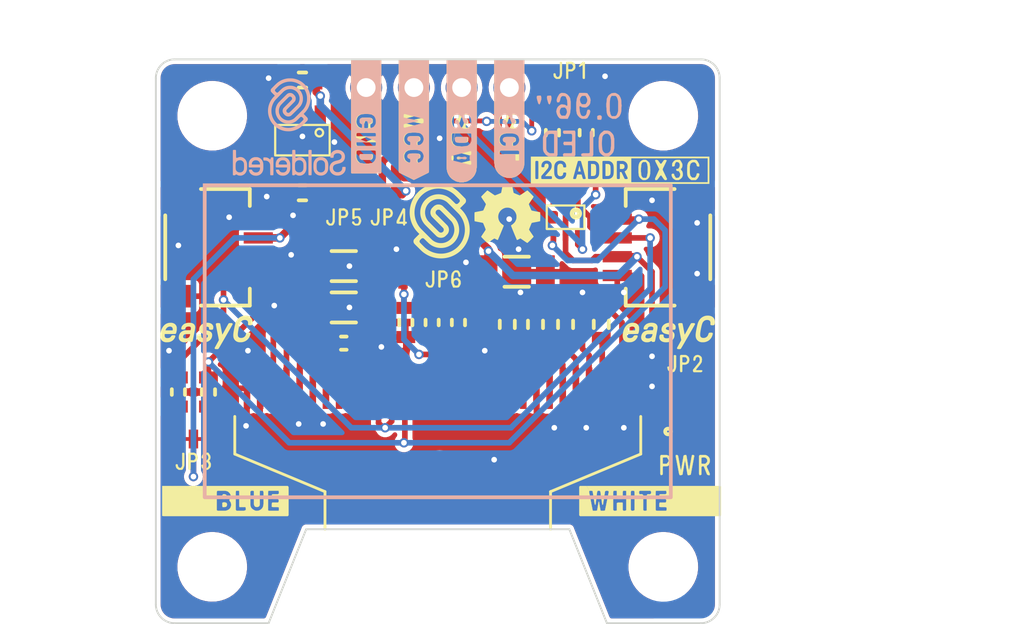
<source format=kicad_pcb>
(kicad_pcb (version 20210623) (generator pcbnew)
  (title_block (title "OLED 0.96\"") (date "2021-09-09") (rev "V1.1.1.") (company "SOLDERED") (comment 1 "333053"))
  (layers (0 "F.Cu" signal) (31 "B.Cu" signal) (34 "B.Paste" user) (35 "F.Paste" user) (36 "B.SilkS" user "B.Silkscreen") (37 "F.SilkS" user "F.Silkscreen") (38 "B.Mask" user) (39 "F.Mask" user) (44 "Edge.Cuts" user))
  (net 0 "")
  (net 1 "GND")
  (net 2 "Net-(C1-Pad2)")
  (net 3 "3V3")
  (net 4 "Net-(C5-Pad1)")
  (net 5 "Net-(C5-Pad2)")
  (net 6 "Net-(C7-Pad1)")
  (net 7 "Net-(C8-Pad1)")
  (net 8 "Net-(C8-Pad2)")
  (net 9 "Net-(C9-Pad1)")
  (net 10 "Net-(D1-Pad1)")
  (net 11 "SCL_PULL5")
  (net 12 "VCC")
  (net 13 "SDA_PULL5")
  (net 14 "Net-(JP2-Pad2)")
  (net 15 "SCL_PULL3,3")
  (net 16 "SDA_PULL3,3")
  (net 17 "Net-(U3-Pad15)")
  (net 18 "SCL3,3")
  (net 19 "SDA3,3")
  (net 20 "SDA5")
  (net 21 "SCL5")
  (net 22 "CS")
  (net 23 "RST")
  (net 24 "Net-(R9-Pad1)")
  (footprint "buzzardLabel" (layer "F.Cu") (at 126 127.4)
    (fp_text reference "" (at 0 0) (layer "F.SilkS") (effects (font (size 1.27 1.27))))
    (fp_text value "" (at 0 0) (layer "F.SilkS") (effects (font (size 1.27 1.27))))
  )
  (footprint "e-radionica.com footprinti:HOLE_3.2mm" (layer "F.Cu") (at 151 109)
    (fp_text reference "H1" hide)
    (fp_text value "HOLE_3.2mm" hide)
    (pad "" np_thru_hole circle locked (at 0 0) (size 3.2 3.2) (drill 3.2) (layers F&B.Cu *.Mask))
  )
  (footprint "buzzardLabel" (layer "F.Cu") (at 152.15 127.6)
    (fp_text reference "" (at 0 0) (layer "F.SilkS") (effects (font (size 1.27 1.27))))
    (fp_text value "" (at 0 0) (layer "F.SilkS") (effects (font (size 1.27 1.27))))
  )
  (footprint "e-radionica.com footprinti:HOLE_3.2mm" (layer "F.Cu") (at 127 133)
    (fp_text reference "H2" hide)
    (fp_text value "HOLE_3.2mm" hide)
    (pad "" np_thru_hole circle locked (at 0 0) (size 3.2 3.2) (drill 3.2) (layers F&B.Cu *.Mask))
  )
  (footprint "e-radionica.com footprinti:0603R" (layer "F.Cu") (at 146.9 109.9 90)
    (fp_text reference "R3")
    (fp_text value "10k")
    (pad "1" smd rect locked (at -0.775 0 180) (size 1 0.64) (layers "F.Cu" "F.Paste" "F.Mask") (net 20 "SDA5"))
    (pad "2" smd rect locked (at 0.775 0 180) (size 1 0.64) (layers "F.Cu" "F.Paste" "F.Mask") (net 13 "SDA_PULL5"))
  )
  (footprint "e-radionica.com footprinti:SMD_JUMPER" (layer "F.Cu") (at 137.5 117.7)
    (fp_text reference "JP6")
    (fp_text value "SMD_JUMPER")
    (pad "1" smd rect (at -0.35 0) (size 0.5 1) (layers "F.Cu" "F.Mask") (net 17 "Net-(U3-Pad15)"))
    (pad "2" smd rect (at 0.35 0) (size 0.5 1) (layers "F.Cu" "F.Mask") (net 3 "3V3"))
  )
  (footprint "e-radionica.com footprinti:1206C" (layer "F.Cu") (at 134 119.2)
    (fp_text reference "C7")
    (fp_text value "10u")
    (pad "1" smd rect locked (at -1.525 0 90) (size 1.75 1) (layers "F.Cu" "F.Paste" "F.Mask") (net 6 "Net-(C7-Pad1)"))
    (pad "2" smd rect locked (at 1.525 0 90) (size 1.75 1) (layers "F.Cu" "F.Paste" "F.Mask") (net 1 "GND"))
  )
  (footprint "e-radionica.com footprinti:0402R" (layer "F.Cu") (at 152.15 125.1)
    (fp_text reference "R5")
    (fp_text value "2k2")
    (pad "1" smd rect locked (at -0.5 0 90) (size 0.64 0.54) (layers "F.Cu" "F.Paste" "F.Mask") (net 14 "Net-(JP2-Pad2)"))
    (pad "2" smd rect locked (at 0.5 0 90) (size 0.64 0.54) (layers "F.Cu" "F.Paste" "F.Mask") (net 10 "Net-(D1-Pad1)"))
  )
  (footprint "e-radionica.com footprinti:0603R" (layer "F.Cu") (at 134 121.1)
    (fp_text reference "R9")
    (fp_text value "390k")
    (pad "1" smd rect locked (at -0.775 0 90) (size 1 0.64) (layers "F.Cu" "F.Paste" "F.Mask") (net 24 "Net-(R9-Pad1)"))
    (pad "2" smd rect locked (at 0.775 0 90) (size 1 0.64) (layers "F.Cu" "F.Paste" "F.Mask") (net 1 "GND"))
  )
  (footprint "e-radionica.com footprinti:FIDUCIAL_23" (layer "F.Cu") (at 139.1 128.4)
    (fp_text reference "FD1")
    (fp_text value "FIDUCIAL")
    (fp_circle (center 0 0) (end 1 0) (layer "F.Cu") (width 0.2) (fill none))
    (pad "1" smd circle (at 0 0) (size 1 1) (layers "F.Cu" "F.Paste" "F.Mask") (clearance 1.1))
  )
  (footprint "e-radionica.com footprinti:0402LED" (layer "F.Cu") (at 152.15 126.4 180)
    (fp_text reference "D1")
    (fp_text value "purple")
    (pad "1" smd rect locked (at -0.55 0 270) (size 0.75 0.45) (layers "F.Cu" "F.Paste" "F.Mask") (net 10 "Net-(D1-Pad1)"))
    (pad "2" smd rect locked (at 0.55 0 270) (size 0.75 0.45) (layers "F.Cu" "F.Paste" "F.Mask") (net 1 "GND"))
  )
  (footprint "e-radionica.com footprinti:0603R" (layer "F.Cu") (at 138.7 120 90)
    (fp_text reference "R7")
    (fp_text value "10k")
    (pad "1" smd rect locked (at -0.775 0 180) (size 1 0.64) (layers "F.Cu" "F.Paste" "F.Mask") (net 23 "RST"))
    (pad "2" smd rect locked (at 0.775 0 180) (size 1 0.64) (layers "F.Cu" "F.Paste" "F.Mask") (net 3 "3V3"))
  )
  (footprint "e-radionica.com footprinti:1206C" (layer "F.Cu") (at 143.2 117.3)
    (fp_text reference "C3")
    (fp_text value "10u")
    (pad "1" smd rect locked (at -1.525 0 90) (size 1.75 1) (layers "F.Cu" "F.Paste" "F.Mask") (net 3 "3V3"))
    (pad "2" smd rect locked (at 1.525 0 90) (size 1.75 1) (layers "F.Cu" "F.Paste" "F.Mask") (net 1 "GND"))
  )
  (footprint "e-radionica.com footprinti:0603R" (layer "F.Cu") (at 137.3 120 90)
    (fp_text reference "R8")
    (fp_text value "10k")
    (pad "1" smd rect locked (at -0.775 0 180) (size 1 0.64) (layers "F.Cu" "F.Paste" "F.Mask") (net 1 "GND"))
    (pad "2" smd rect locked (at 0.775 0 180) (size 1 0.64) (layers "F.Cu" "F.Paste" "F.Mask") (net 17 "Net-(U3-Pad15)"))
  )
  (footprint "buzzardLabel" (layer "F.Cu") (at 137.73 105.6 -90)
    (fp_text reference "" (at 0 0 90) (layer "F.SilkS") (effects (font (size 1.27 1.27))))
    (fp_text value "" (at 0 0 90) (layer "F.SilkS") (effects (font (size 1.27 1.27))))
  )
  (footprint "e-radionica.com footprinti:0603C" (layer "F.Cu") (at 131.8 107.1)
    (fp_text reference "C1")
    (fp_text value "2u2")
    (pad "1" smd rect locked (at -0.73 0) (size 0.66 1) (layers "F.Cu" "F.Paste" "F.Mask") (net 1 "GND"))
    (pad "2" smd rect locked (at 0.73 0) (size 0.66 1) (layers "F.Cu" "F.Paste" "F.Mask") (net 2 "Net-(C1-Pad2)"))
  )
  (footprint "Soldered Graphics:Logo-Front-easyC-5mm" (layer "F.Cu") (at 151.3 120.5)
    (fp_text reference "G***" hide)
    (fp_text value "LOGO" hide)
  )
  (footprint "e-radionica.com footprinti:0603R" (layer "F.Cu") (at 140.1 120 90)
    (fp_text reference "R6")
    (fp_text value "10k")
    (pad "1" smd rect locked (at -0.775 0 180) (size 1 0.64) (layers "F.Cu" "F.Paste" "F.Mask") (net 22 "CS"))
    (pad "2" smd rect locked (at 0.775 0 180) (size 1 0.64) (layers "F.Cu" "F.Paste" "F.Mask") (net 3 "3V3"))
  )
  (footprint "e-radionica.com footprinti:SOT-363" (layer "F.Cu") (at 145.8 114.4 -90)
    (fp_text reference "U1")
    (fp_text value "NMOS-DUAL")
    (pad "1" smd rect (at -0.92 -0.65) (size 0.3 0.66) (layers "F.Cu" "F.Paste" "F.Mask") (net 19 "SDA3,3"))
    (pad "2" smd rect (at -0.92 0) (size 0.3 0.66) (layers "F.Cu" "F.Paste" "F.Mask") (net 3 "3V3"))
    (pad "3" smd rect (at -0.92 0.65) (size 0.3 0.66) (layers "F.Cu" "F.Paste" "F.Mask") (net 21 "SCL5"))
    (pad "4" smd rect (at 0.92 0.65) (size 0.3 0.66) (layers "F.Cu" "F.Paste" "F.Mask") (net 18 "SCL3,3"))
    (pad "5" smd rect (at 0.92 0) (size 0.3 0.66) (layers "F.Cu" "F.Paste" "F.Mask") (net 3 "3V3"))
    (pad "6" smd rect (at 0.92 -0.65) (size 0.3 0.66) (layers "F.Cu" "F.Paste" "F.Mask") (net 20 "SDA5"))
  )
  (footprint "e-radionica.com footprinti:SMD_JUMPER_3_PAD_TRACE" (layer "F.Cu") (at 146 107.8)
    (fp_text reference "JP1")
    (fp_text value "SMD_JUMPER_3_PAD_TRACE")
    (fp_poly (pts (xy -0.25 0.05) (xy -0.45 0.05) (xy -0.45 -0.05) (xy -0.25 -0.05)) (layer "F.Cu") (width 0.1) (fill solid))
    (fp_poly (pts (xy 0.45 0.05) (xy 0.25 0.05) (xy 0.25 -0.05) (xy 0.45 -0.05)) (layer "F.Cu") (width 0.1) (fill solid))
    (pad "1" smd rect (at -0.7 0 180) (size 0.5 1) (layers "F.Cu" "F.Mask") (net 11 "SCL_PULL5"))
    (pad "2" smd custom (at 0 0 180) (size 0.5 1) (layers "F.Cu" "F.Mask") (net 12 "VCC") (options (clearance outline) (anchor rect)) (primitives))
    (pad "3" smd rect (at 0.7 0 180) (size 0.5 1) (layers "F.Cu" "F.Mask") (net 13 "SDA_PULL5"))
  )
  (footprint "Soldered Graphics:Symbol-Front-I2C-ADDR-Field" (layer "F.Cu") (at 148.7 111.9)
    (fp_text reference "REF**" hide)
    (fp_text value "Symbol-Front-I2C-ADDR-Field" hide)
  )
  (footprint "e-radionica.com footprinti:0603C" (layer "F.Cu") (at 147.7 120.1 90)
    (fp_text reference "C8")
    (fp_text value "2u2")
    (pad "1" smd rect locked (at -0.73 0 90) (size 0.66 1) (layers "F.Cu" "F.Paste" "F.Mask") (net 7 "Net-(C8-Pad1)"))
    (pad "2" smd rect locked (at 0.73 0 90) (size 0.66 1) (layers "F.Cu" "F.Paste" "F.Mask") (net 8 "Net-(C8-Pad2)"))
  )
  (footprint "buzzardLabel" (layer "F.Cu") (at 142.81 105.6 -90)
    (fp_text reference "" (at 0 0 90) (layer "F.SilkS") (effects (font (size 1.27 1.27))))
    (fp_text value "" (at 0 0 90) (layer "F.SilkS") (effects (font (size 1.27 1.27))))
  )
  (footprint "e-radionica.com footprinti:SMD_JUMPER" (layer "F.Cu") (at 134 113.2 180)
    (fp_text reference "JP5")
    (fp_text value "SMD_JUMPER")
    (pad "1" smd rect (at -0.35 0 180) (size 0.5 1) (layers "F.Cu" "F.Mask") (net 12 "VCC"))
    (pad "2" smd rect (at 0.35 0 180) (size 0.5 1) (layers "F.Cu" "F.Mask") (net 3 "3V3"))
  )
  (footprint "Soldered Graphics:Logo-Front-easyC-5mm" (layer "F.Cu") (at 126.7 120.5)
    (fp_text reference "G***" hide)
    (fp_text value "LOGO" hide)
  )
  (footprint "e-radionica.com footprinti:easyC-connector" (layer "F.Cu") (at 127.3 116 90)
    (fp_text reference "K2")
    (fp_text value "easyC-SMD")
    (pad "1" smd rect locked (at -1.5 2.15 90) (size 0.6 1.55) (layers "F.Cu" "F.Paste" "F.Mask") (net 18 "SCL3,3"))
    (pad "2" smd rect locked (at -0.5 2.15 90) (size 0.6 1.55) (layers "F.Cu" "F.Paste" "F.Mask") (net 19 "SDA3,3"))
    (pad "3" smd rect locked (at 0.5 2.15 90) (size 0.6 1.55) (layers "F.Cu" "F.Paste" "F.Mask") (net 3 "3V3"))
    (pad "4" smd rect locked (at 1.5 2.15 90) (size 0.6 1.55) (layers "F.Cu" "F.Paste" "F.Mask") (net 1 "GND"))
    (pad "5" smd rect locked (at 2.6 -2.15 90) (size 1.2 1.8) (layers "F.Cu" "F.Paste" "F.Mask") (net 1 "GND"))
    (pad "5" smd rect locked (at -2.6 -2.15 90) (size 1.2 1.8) (layers "F.Cu" "F.Paste" "F.Mask") (net 1 "GND"))
  )
  (footprint "e-radionica.com footprinti:SMD-JUMPER-CONNECTED_TRACE_SLODERMASK" (layer "F.Cu") (at 136.4 113.2 180)
    (fp_text reference "JP4")
    (fp_text value "SMD-JUMPER-CONNECTED_TRACE_SLODERMASK")
    (fp_poly (pts (xy 0.1 0.1) (xy -0.1 0.1) (xy -0.1 -0.1) (xy 0.1 -0.1)) (layer "F.Cu") (width 0.1) (fill solid))
    (pad "1" smd rect (at -0.35 0 180) (size 0.5 1) (layers "F.Cu" "F.Mask") (net 2 "Net-(C1-Pad2)"))
    (pad "2" smd rect (at 0.35 0 180) (size 0.5 1) (layers "F.Cu" "F.Mask") (net 12 "VCC"))
  )
  (footprint "e-radionica.com footprinti:0603R" (layer "F.Cu") (at 125.2 123.7 90)
    (fp_text reference "R1")
    (fp_text value "10k")
    (pad "1" smd rect locked (at -0.775 0 180) (size 1 0.64) (layers "F.Cu" "F.Paste" "F.Mask") (net 16 "SDA_PULL3,3"))
    (pad "2" smd rect locked (at 0.775 0 180) (size 1 0.64) (layers "F.Cu" "F.Paste" "F.Mask") (net 19 "SDA3,3"))
  )
  (footprint "buzzardLabel" (layer "F.Cu") (at 146 106.6)
    (fp_text reference "" (at 0 0) (layer "F.SilkS") (effects (font (size 1.27 1.27))))
    (fp_text value "" (at 0 0) (layer "F.SilkS") (effects (font (size 1.27 1.27))))
  )
  (footprint "e-radionica.com footprinti:easyC-connector" (layer "F.Cu") (at 150.7 116 -90)
    (fp_text reference "K1")
    (fp_text value "easyC-SMD")
    (pad "1" smd rect locked (at -1.5 2.15 270) (size 0.6 1.55) (layers "F.Cu" "F.Paste" "F.Mask") (net 18 "SCL3,3"))
    (pad "2" smd rect locked (at -0.5 2.15 270) (size 0.6 1.55) (layers "F.Cu" "F.Paste" "F.Mask") (net 19 "SDA3,3"))
    (pad "3" smd rect locked (at 0.5 2.15 270) (size 0.6 1.55) (layers "F.Cu" "F.Paste" "F.Mask") (net 3 "3V3"))
    (pad "4" smd rect locked (at 1.5 2.15 270) (size 0.6 1.55) (layers "F.Cu" "F.Paste" "F.Mask") (net 1 "GND"))
    (pad "5" smd rect locked (at 2.6 -2.15 270) (size 1.2 1.8) (layers "F.Cu" "F.Paste" "F.Mask") (net 1 "GND"))
    (pad "5" smd rect locked (at -2.6 -2.15 270) (size 1.2 1.8) (layers "F.Cu" "F.Paste" "F.Mask") (net 1 "GND"))
  )
  (footprint "e-radionica.com footprinti:HOLE_3.2mm" (layer "F.Cu") (at 151 133)
    (fp_text reference "H3" hide)
    (fp_text value "HOLE_3.2mm" hide)
    (pad "" np_thru_hole circle locked (at 0 0) (size 3.2 3.2) (drill 3.2) (layers F&B.Cu *.Mask))
  )
  (footprint "e-radionica.com footprinti:OLED_GME128x64_30p" (layer "F.Cu") (at 139 123.5 180)
    (fp_text reference "U3")
    (fp_text value "OLED_GME12864_30p")
    (pad "1" smd rect locked (at -10.15 0 180) (size 0.35 2.2) (layers "F.Cu" "F.Paste" "F.Mask") (net 1 "GND"))
    (pad "2" smd rect locked (at -9.45 0 180) (size 0.35 2.2) (layers "F.Cu" "F.Paste" "F.Mask") (net 8 "Net-(C8-Pad2)"))
    (pad "3" smd rect locked (at -8.75 0 180) (size 0.35 2.2) (layers "F.Cu" "F.Paste" "F.Mask") (net 7 "Net-(C8-Pad1)"))
    (pad "4" smd rect locked (at -8.05 0 180) (size 0.35 2.2) (layers "F.Cu" "F.Paste" "F.Mask") (net 5 "Net-(C5-Pad2)"))
    (pad "5" smd rect locked (at -7.35 0 180) (size 0.35 2.2) (layers "F.Cu" "F.Paste" "F.Mask") (net 4 "Net-(C5-Pad1)"))
    (pad "6" smd rect locked (at -6.65 0 180) (size 0.35 2.2) (layers "F.Cu" "F.Paste" "F.Mask") (net 3 "3V3"))
    (pad "7" smd rect locked (at -5.95 0 180) (size 0.35 2.2) (layers "F.Cu" "F.Paste" "F.Mask"))
    (pad "8" smd rect locked (at -5.25 0 180) (size 0.35 2.2) (layers "F.Cu" "F.Paste" "F.Mask") (net 1 "GND"))
    (pad "9" smd rect locked (at -4.55 0 180) (size 0.35 2.2) (layers "F.Cu" "F.Paste" "F.Mask") (net 3 "3V3"))
    (pad "10" smd rect locked (at -3.85 0 180) (size 0.35 2.2) (layers "F.Cu" "F.Paste" "F.Mask") (net 1 "GND"))
    (pad "11" smd rect locked (at -3.15 0 180) (size 0.35 2.2) (layers "F.Cu" "F.Paste" "F.Mask") (net 3 "3V3"))
    (pad "12" smd rect locked (at -2.45 0 180) (size 0.35 2.2) (layers "F.Cu" "F.Paste" "F.Mask") (net 1 "GND"))
    (pad "13" smd rect locked (at -1.75 0 180) (size 0.35 2.2) (layers "F.Cu" "F.Paste" "F.Mask") (net 22 "CS"))
    (pad "14" smd rect locked (at -1.05 0 180) (size 0.35 2.2) (layers "F.Cu" "F.Paste" "F.Mask") (net 23 "RST"))
    (pad "15" smd rect locked (at -0.35 0 180) (size 0.35 2.2) (layers "F.Cu" "F.Paste" "F.Mask") (net 17 "Net-(U3-Pad15)"))
    (pad "16" smd rect locked (at 0.35 0 180) (size 0.35 2.2) (layers "F.Cu" "F.Paste" "F.Mask"))
    (pad "17" smd rect locked (at 1.05 0 180) (size 0.35 2.2) (layers "F.Cu" "F.Paste" "F.Mask"))
    (pad "18" smd rect locked (at 1.75 0 180) (size 0.35 2.2) (layers "F.Cu" "F.Paste" "F.Mask") (net 18 "SCL3,3"))
    (pad "19" smd rect locked (at 2.45 0 180) (size 0.35 2.2) (layers "F.Cu" "F.Paste" "F.Mask") (net 19 "SDA3,3"))
    (pad "20" smd rect locked (at 3.15 0 180) (size 0.35 2.2) (layers "F.Cu" "F.Paste" "F.Mask") (net 19 "SDA3,3"))
    (pad "21" smd rect locked (at 3.85 0 180) (size 0.35 2.2) (layers "F.Cu" "F.Paste" "F.Mask"))
    (pad "22" smd rect locked (at 4.55 0 180) (size 0.35 2.2) (layers "F.Cu" "F.Paste" "F.Mask"))
    (pad "23" smd rect locked (at 5.25 0 180) (size 0.35 2.2) (layers "F.Cu" "F.Paste" "F.Mask"))
    (pad "24" smd rect locked (at 5.95 0 180) (size 0.35 2.2) (layers "F.Cu" "F.Paste" "F.Mask"))
    (pad "25" smd rect locked (at 6.65 0 180) (size 0.35 2.2) (layers "F.Cu" "F.Paste" "F.Mask"))
    (pad "26" smd rect locked (at 7.35 0 180) (size 0.35 2.2) (layers "F.Cu" "F.Paste" "F.Mask") (net 24 "Net-(R9-Pad1)"))
    (pad "27" smd rect locked (at 8.05 0 180) (size 0.35 2.2) (layers "F.Cu" "F.Paste" "F.Mask") (net 6 "Net-(C7-Pad1)"))
    (pad "28" smd rect locked (at 8.75 0 180) (size 0.35 2.2) (layers "F.Cu" "F.Paste" "F.Mask") (net 9 "Net-(C9-Pad1)"))
    (pad "29" smd rect locked (at 9.45 0 180) (size 0.35 2.2) (layers "F.Cu" "F.Paste" "F.Mask") (net 1 "GND"))
    (pad "30" smd rect locked (at 10.15 0 180) (size 0.35 2.2) (layers "F.Cu" "F.Paste" "F.Mask") (net 1 "GND"))
  )
  (footprint "buzzardLabel" (layer "F.Cu") (at 151.3 111.9)
    (fp_text reference "" (at 0 0) (layer "F.SilkS") (effects (font (size 1.27 1.27))))
    (fp_text value "" (at 0 0) (layer "F.SilkS") (effects (font (size 1.27 1.27))))
  )
  (footprint "buzzardLabel" (layer "F.Cu") (at 134 114.4)
    (fp_text reference "" (at 0 0) (layer "F.SilkS") (effects (font (size 1.27 1.27))))
    (fp_text value "" (at 0 0) (layer "F.SilkS") (effects (font (size 1.27 1.27))))
  )
  (footprint "Soldered Graphics:Logo-Back-SolderedVERTICAL-6mm" (layer "F.Cu") (at 131.1 109.6)
    (fp_text reference "G***" hide)
    (fp_text value "LOGO" hide)
  )
  (footprint "e-radionica.com footprinti:0603R" (layer "F.Cu") (at 126.8 123.7 -90)
    (fp_text reference "R4")
    (fp_text value "10k")
    (pad "1" smd rect locked (at -0.775 0) (size 1 0.64) (layers "F.Cu" "F.Paste" "F.Mask") (net 18 "SCL3,3"))
    (pad "2" smd rect locked (at 0.775 0) (size 1 0.64) (layers "F.Cu" "F.Paste" "F.Mask") (net 15 "SCL_PULL3,3"))
  )
  (footprint "Soldered Graphics:Logo-Front-Soldered-4mm" (layer "F.Cu") (at 139.1 114.6 180)
    (fp_text reference "G***" hide)
    (fp_text value "LOGO" hide)
  )
  (footprint "e-radionica.com footprinti:0603C" (layer "F.Cu") (at 144.2 120.1 90)
    (fp_text reference "C6")
    (fp_text value "100n")
    (pad "1" smd rect locked (at -0.73 0 90) (size 0.66 1) (layers "F.Cu" "F.Paste" "F.Mask") (net 3 "3V3"))
    (pad "2" smd rect locked (at 0.73 0 90) (size 0.66 1) (layers "F.Cu" "F.Paste" "F.Mask") (net 1 "GND"))
  )
  (footprint "Soldered Graphics:Logo-Front-OSH-3.5mm" (layer "F.Cu") (at 142.7 114.2)
    (fp_text reference "G***" hide)
    (fp_text value "LOGO" hide)
  )
  (footprint "Soldered Graphics:Version1.1.1." (layer "F.Cu") (at 152 135.2)
    (fp_text reference "REF**" hide)
    (fp_text value "Version1.1.1." hide)
    (fp_poly (pts (xy -1.15 0.35) (xy -1.1 0.35) (xy -1.07 0.31) (xy -0.92 -0.1) (xy -0.94 -0.13) (xy -0.99 -0.13) (xy -1.02 -0.1) (xy -1.11 0.16) (xy -1.13 0.21) (xy -1.15 0.17) (xy -1.24 -0.09) (xy -1.26 -0.13) (xy -1.32 -0.13) (xy -1.34 -0.1) (xy -1.18 0.31) (xy -1.15 0.35)) (layer "F.Cu") (width 0.01) (fill solid))
    (fp_poly (pts (xy 0.21 0.35) (xy 0.26 0.35) (xy 0.28 0.31) (xy 0.28 -0.35) (xy 0.24 -0.38) (xy 0.19 -0.38) (xy 0.15 -0.34) (xy 0.04 -0.22) (xy 0.02 -0.17) (xy 0.05 -0.16) (xy 0.14 -0.22) (xy 0.18 -0.23) (xy 0.18 0.31) (xy 0.21 0.35)) (layer "F.Cu") (width 0.01) (fill solid))
    (fp_poly (pts (xy -0.27 0.38) (xy -0.22 0.38) (xy -0.17 0.37) (xy -0.16 0.33) (xy -0.16 0.27) (xy -0.21 0.26) (xy -0.26 0.26) (xy -0.29 0.29) (xy -0.29 0.34) (xy -0.27 0.38)) (layer "F.Cu") (width 0.01) (fill solid))
    (fp_poly (pts (xy 0.91 0.35) (xy 0.96 0.35) (xy 0.98 0.31) (xy 0.98 -0.35) (xy 0.95 -0.38) (xy 0.89 -0.38) (xy 0.86 -0.34) (xy 0.74 -0.22) (xy 0.73 -0.17) (xy 0.76 -0.16) (xy 0.85 -0.22) (xy 0.89 -0.23) (xy 0.89 0.31) (xy 0.91 0.35)) (layer "F.Cu") (width 0.01) (fill solid))
    (fp_poly (pts (xy -0.5 0.35) (xy -0.44 0.35) (xy -0.43 0.31) (xy -0.43 -0.35) (xy -0.46 -0.38) (xy -0.52 -0.38) (xy -0.55 -0.34) (xy -0.67 -0.22) (xy -0.68 -0.17) (xy -0.65 -0.16) (xy -0.56 -0.22) (xy -0.52 -0.23) (xy -0.52 0.31) (xy -0.5 0.35)) (layer "F.Cu") (width 0.01) (fill solid))
    (fp_poly (pts (xy 1.14 0.38) (xy 1.19 0.38) (xy 1.24 0.37) (xy 1.25 0.33) (xy 1.25 0.27) (xy 1.2 0.26) (xy 1.15 0.26) (xy 1.12 0.29) (xy 1.12 0.34) (xy 1.14 0.38)) (layer "F.Cu") (width 0.01) (fill solid))
    (fp_poly (pts (xy 0.43 0.38) (xy 0.48 0.38) (xy 0.54 0.37) (xy 0.54 0.33) (xy 0.54 0.27) (xy 0.5 0.26) (xy 0.45 0.26) (xy 0.42 0.29) (xy 0.42 0.34) (xy 0.43 0.38)) (layer "F.Cu") (width 0.01) (fill solid))
  )
  (footprint "e-radionica.com footprinti:0603R" (layer "F.Cu") (at 145.1 109.9 -90)
    (fp_text reference "R2")
    (fp_text value "10k")
    (pad "1" smd rect locked (at -0.775 0) (size 1 0.64) (layers "F.Cu" "F.Paste" "F.Mask") (net 11 "SCL_PULL5"))
    (pad "2" smd rect locked (at 0.775 0) (size 1 0.64) (layers "F.Cu" "F.Paste" "F.Mask") (net 21 "SCL5"))
  )
  (footprint "e-radionica.com footprinti:0603C" (layer "F.Cu") (at 131.8 113.1)
    (fp_text reference "C2")
    (fp_text value "2u2")
    (pad "1" smd rect locked (at -0.73 0) (size 0.66 1) (layers "F.Cu" "F.Paste" "F.Mask") (net 1 "GND"))
    (pad "2" smd rect locked (at 0.73 0) (size 0.66 1) (layers "F.Cu" "F.Paste" "F.Mask") (net 3 "3V3"))
  )
  (footprint "buzzardLabel" (layer "F.Cu") (at 136.4 114.4)
    (fp_text reference "" (at 0 0) (layer "F.SilkS") (effects (font (size 1.27 1.27))))
    (fp_text value "" (at 0 0) (layer "F.SilkS") (effects (font (size 1.27 1.27))))
  )
  (footprint "buzzardLabel" (layer "F.Cu") (at 135.19 105.6 -90)
    (fp_text reference "" (at 0 0 90) (layer "F.SilkS") (effects (font (size 1.27 1.27))))
    (fp_text value "" (at 0 0 90) (layer "F.SilkS") (effects (font (size 1.27 1.27))))
  )
  (footprint "e-radionica.com footprinti:HOLE_3.2mm" (layer "F.Cu") (at 127 109)
    (fp_text reference "H4" hide)
    (fp_text value "HOLE_3.2mm" hide)
    (pad "" np_thru_hole circle locked (at 0 0) (size 3.2 3.2) (drill 3.2) (layers F&B.Cu *.Mask))
  )
  (footprint "e-radionica.com footprinti:0603C" (layer "F.Cu") (at 142.7 120.1 90)
    (fp_text reference "C4")
    (fp_text value "1u")
    (pad "1" smd rect locked (at -0.73 0 90) (size 0.66 1) (layers "F.Cu" "F.Paste" "F.Mask") (net 3 "3V3"))
    (pad "2" smd rect locked (at 0.73 0 90) (size 0.66 1) (layers "F.Cu" "F.Paste" "F.Mask") (net 1 "GND"))
  )
  (footprint "buzzardLabel" (layer "F.Cu") (at 139.3 117.7)
    (fp_text reference "" (at 0 0) (layer "F.SilkS") (effects (font (size 1.27 1.27))))
    (fp_text value "" (at 0 0) (layer "F.SilkS") (effects (font (size 1.27 1.27))))
  )
  (footprint "e-radionica.com footprinti:SMD-JUMPER-CONNECTED_TRACE_SLODERMASK" (layer "F.Cu") (at 152.15 123.4 180)
    (fp_text reference "JP2")
    (fp_text value "SMD-JUMPER-CONNECTED_TRACE_SLODERMASK")
    (fp_poly (pts (xy 0.1 0.1) (xy -0.1 0.1) (xy -0.1 -0.1) (xy 0.1 -0.1)) (layer "F.Cu") (width 0.1) (fill solid))
    (pad "1" smd rect (at -0.35 0 180) (size 0.5 1) (layers "F.Cu" "F.Mask") (net 3 "3V3"))
    (pad "2" smd rect (at 0.35 0 180) (size 0.5 1) (layers "F.Cu" "F.Mask") (net 14 "Net-(JP2-Pad2)"))
  )
  (footprint "buzzardLabel" (layer "F.Cu") (at 127.7 129.5)
    (fp_text reference "" (at 0 0) (layer "F.SilkS") (effects (font (size 1.27 1.27))))
    (fp_text value "" (at 0 0) (layer "F.SilkS") (effects (font (size 1.27 1.27))))
  )
  (footprint "buzzardLabel" (layer "F.Cu") (at 150.3 129.5)
    (fp_text reference "" (at 0 0) (layer "F.SilkS") (effects (font (size 1.27 1.27))))
    (fp_text value "" (at 0 0) (layer "F.SilkS") (effects (font (size 1.27 1.27))))
  )
  (footprint "buzzardLabel" (layer "F.Cu") (at 140.27 105.6 -90)
    (fp_text reference "" (at 0 0 90) (layer "F.SilkS") (effects (font (size 1.27 1.27))))
    (fp_text value "" (at 0 0 90) (layer "F.SilkS") (effects (font (size 1.27 1.27))))
  )
  (footprint "e-radionica.com footprinti:0603C" (layer "F.Cu") (at 145.8 120.1 90)
    (fp_text reference "C5")
    (fp_text value "2u2")
    (pad "1" smd rect locked (at -0.73 0 90) (size 0.66 1) (layers "F.Cu" "F.Paste" "F.Mask") (net 4 "Net-(C5-Pad1)"))
    (pad "2" smd rect locked (at 0.73 0 90) (size 0.66 1) (layers "F.Cu" "F.Paste" "F.Mask") (net 5 "Net-(C5-Pad2)"))
  )
  (footprint "e-radionica.com footprinti:SOT-23-5" (layer "F.Cu") (at 131.8 110.3 -90)
    (fp_text reference "U2")
    (fp_text value "SE5218")
    (pad "1" smd rect (at -1.3 -0.95 270) (size 1.1 0.6) (layers "F.Cu" "F.Paste" "F.Mask") (net 2 "Net-(C1-Pad2)"))
    (pad "2" smd rect (at -1.3 0 270) (size 1.1 0.6) (layers "F.Cu" "F.Paste" "F.Mask") (net 1 "GND"))
    (pad "3" smd rect (at -1.3 0.95 270) (size 1.1 0.6) (layers "F.Cu" "F.Paste" "F.Mask") (net 2 "Net-(C1-Pad2)"))
    (pad "4" smd rect (at 1.3 0.95 270) (size 1.1 0.6) (layers "F.Cu" "F.Paste" "F.Mask"))
    (pad "5" smd rect (at 1.3 -0.95 270) (size 1.1 0.6) (layers "F.Cu" "F.Paste" "F.Mask") (net 3 "3V3"))
  )
  (footprint "e-radionica.com footprinti:1206C" (layer "F.Cu") (at 134 117)
    (fp_text reference "C9")
    (fp_text value "10u")
    (pad "1" smd rect locked (at -1.525 0 90) (size 1.75 1) (layers "F.Cu" "F.Paste" "F.Mask") (net 9 "Net-(C9-Pad1)"))
    (pad "2" smd rect locked (at 1.525 0 90) (size 1.75 1) (layers "F.Cu" "F.Paste" "F.Mask") (net 1 "GND"))
  )
  (footprint "e-radionica.com footprinti:SMD_JUMPER_3_PAD_TRACE" (layer "F.Cu") (at 126 126.2 180)
    (fp_text reference "JP3")
    (fp_text value "SMD_JUMPER_3_PAD_TRACE")
    (fp_poly (pts (xy 0.45 0.05) (xy 0.25 0.05) (xy 0.25 -0.05) (xy 0.45 -0.05)) (layer "F.Cu") (width 0.1) (fill solid))
    (fp_poly (pts (xy -0.25 0.05) (xy -0.45 0.05) (xy -0.45 -0.05) (xy -0.25 -0.05)) (layer "F.Cu") (width 0.1) (fill solid))
    (pad "1" smd rect (at -0.7 0) (size 0.5 1) (layers "F.Cu" "F.Mask") (net 15 "SCL_PULL3,3"))
    (pad "2" smd custom (at 0 0) (size 0.5 1) (layers "F.Cu" "F.Mask") (net 3 "3V3") (options (clearance outline) (anchor rect)) (primitives))
    (pad "3" smd rect (at 0.7 0) (size 0.5 1) (layers "F.Cu" "F.Mask") (net 16 "SDA_PULL3,3"))
  )
  (footprint "buzzardLabel" (layer "F.Cu") (at 152.15 122.2)
    (fp_text reference "" (at 0 0) (layer "F.SilkS") (effects (font (size 1.27 1.27))))
    (fp_text value "" (at 0 0) (layer "F.SilkS") (effects (font (size 1.27 1.27))))
  )
  (footprint "buzzardLabel" (layer "B.Cu") (at 142.81 105.6 -90)
    (fp_text reference "" (at 0 0 90) (layer "B.SilkS") (effects (font (size 1.27 1.27)) (justify mirror)))
    (fp_text value "" (at 0 0 90) (layer "B.SilkS") (effects (font (size 1.27 1.27)) (justify mirror)))
  )
  (footprint "e-radionica.com footprinti:HEADER_MALE_4X1" (layer "B.Cu") (at 139 107.5)
    (fp_text reference "K3")
    (fp_text value "HEADER_MALE_4X1")
    (pad "1" thru_hole circle locked (at -3.81 0) (size 1.7 1.7) (drill 1) (layers *.Cu *.Mask) (net 1 "GND"))
    (pad "2" thru_hole circle locked (at -1.27 0) (size 1.7 1.7) (drill 1) (layers *.Cu *.Mask) (net 12 "VCC"))
    (pad "3" thru_hole circle locked (at 1.27 0) (size 1.7 1.7) (drill 1) (layers *.Cu *.Mask) (net 20 "SDA5"))
    (pad "4" thru_hole circle locked (at 3.81 0) (size 1.7 1.7) (drill 1) (layers *.Cu *.Mask) (net 21 "SCL5"))
  )
  (footprint "buzzardLabel" (layer "B.Cu") (at 137.73 105.6 -90)
    (fp_text reference "" (at 0 0 90) (layer "B.SilkS") (effects (font (size 1.27 1.27)) (justify mirror)))
    (fp_text value "" (at 0 0 90) (layer "B.SilkS") (effects (font (size 1.27 1.27)) (justify mirror)))
  )
  (footprint "buzzardLabel" (layer "B.Cu") (at 146.5 108.5 180)
    (fp_text reference "" (at 0 0) (layer "B.SilkS") (effects (font (size 1.27 1.27)) (justify mirror)))
    (fp_text value "" (at 0 0) (layer "B.SilkS") (effects (font (size 1.27 1.27)) (justify mirror)))
  )
  (footprint "buzzardLabel" (layer "B.Cu") (at 135.19 105.6 -90)
    (fp_text reference "" (at 0 0 90) (layer "B.SilkS") (effects (font (size 1.27 1.27)) (justify mirror)))
    (fp_text value "" (at 0 0 90) (layer "B.SilkS") (effects (font (size 1.27 1.27)) (justify mirror)))
  )
  (footprint "buzzardLabel" (layer "B.Cu") (at 146.5 110.5 180)
    (fp_text reference "" (at 0 0) (layer "B.SilkS") (effects (font (size 1.27 1.27)) (justify mirror)))
    (fp_text value "" (at 0 0) (layer "B.SilkS") (effects (font (size 1.27 1.27)) (justify mirror)))
  )
  (footprint "buzzardLabel" (layer "B.Cu") (at 140.27 105.6 -90)
    (fp_text reference "" (at 0 0 90) (layer "B.SilkS") (effects (font (size 1.27 1.27)) (justify mirror)))
    (fp_text value "" (at 0 0 90) (layer "B.SilkS") (effects (font (size 1.27 1.27)) (justify mirror)))
  )
  (gr_rect locked (start 126.6 129.3) (end 151.4 112.7) (layer "B.SilkS") (width 0.2) (fill none))
  (gr_line (start 149.8 125) (end 149.8 127) (layer "F.SilkS") (width 0.15))
  (gr_line (start 128.2 127) (end 133 129) (layer "F.SilkS") (width 0.15))
  (gr_line (start 128.2 125) (end 128.2 127) (layer "F.SilkS") (width 0.15))
  (gr_line (start 149.8 127) (end 145 129) (layer "F.SilkS") (width 0.15))
  (gr_line (start 133 129) (end 133 131) (layer "F.SilkS") (width 0.15))
  (gr_line (start 145 129) (end 145 131) (layer "F.SilkS") (width 0.15))
  (gr_arc (start 125 135) (end 125 136) (angle 90) (layer "Edge.Cuts") (width 0.1))
  (gr_line (start 154 107) (end 154 135) (layer "Edge.Cuts") (width 0.1))
  (gr_arc (start 153 135) (end 154 135) (angle 90) (layer "Edge.Cuts") (width 0.1))
  (gr_line (start 125 106) (end 153 106) (layer "Edge.Cuts") (width 0.1))
  (gr_arc (start 153 107) (end 153 106) (angle 90) (layer "Edge.Cuts") (width 0.1))
  (gr_line (start 146 131) (end 148 136) (layer "Edge.Cuts") (width 0.1))
  (gr_arc (start 125 107) (end 124 107) (angle 90) (layer "Edge.Cuts") (width 0.1))
  (gr_line (start 124 135) (end 124 107) (layer "Edge.Cuts") (width 0.1))
  (gr_line (start 132 131) (end 146 131) (layer "Edge.Cuts") (width 0.1))
  (gr_line (start 130 136) (end 125 136) (layer "Edge.Cuts") (width 0.1))
  (gr_line (start 132 131) (end 130 136) (layer "Edge.Cuts") (width 0.1))
  (gr_line (start 153 136) (end 148 136) (layer "Edge.Cuts") (width 0.1))
  (via (at 136.8 116.1) (size 0.5) (drill 0.3) (layers "F.Cu" "B.Cu") (net 1))
  (via (at 150.4 121.8) (size 0.5) (drill 0.3) (layers "F.Cu" "B.Cu") (net 1))
  (via (at 150.4 123.4) (size 0.5) (drill 0.3) (layers "F.Cu" "B.Cu") (net 1))
  (via (at 148.9 125.6) (size 0.5) (drill 0.3) (layers "F.Cu" "B.Cu") (net 1))
  (via (at 148.9 118.4) (size 0.5) (drill 0.3) (layers "F.Cu" "B.Cu") (net 1))
  (via (at 131.2 116.4) (size 0.5) (drill 0.3) (layers "F.Cu" "B.Cu") (net 1))
  (via (at 146.7 118.4) (size 0.5) (drill 0.3) (layers "F.Cu" "B.Cu") (net 1))
  (via (at 139.1 110.2) (size 0.5) (drill 0.3) (layers "F.Cu" "B.Cu") (net 1))
  (via (at 146.9 125.6) (size 0.5) (drill 0.3) (layers "F.Cu" "B.Cu") (net 1))
  (via (at 142 127.3) (size 0.5) (drill 0.3) (layers "F.Cu" "B.Cu") (net 1))
  (via (at 127.9 114.4) (size 0.5) (drill 0.3) (layers "F.Cu" "B.Cu") (net 1))
  (via (at 129.9 113.3) (size 0.5) (drill 0.3) (layers "F.Cu" "B.Cu") (net 1))
  (via (at 130 107) (size 0.5) (drill 0.3) (layers "F.Cu" "B.Cu") (net 1))
  (via (at 143.4 118.4) (size 0.5) (drill 0.3) (layers "F.Cu" "B.Cu") (net 1))
  (via (at 142.8 114.5) (size 0.5) (drill 0.3) (layers "F.Cu" "B.Cu") (net 1))
  (via (at 128.9 121.5) (size 0.5) (drill 0.3) (layers "F.Cu" "B.Cu") (net 1))
  (via (at 125.2 115.9) (size 0.5) (drill 0.3) (layers "F.Cu" "B.Cu") (net 1))
  (via (at 147.9 106.9) (size 0.5) (drill 0.3) (layers "F.Cu" "B.Cu") (net 1))
  (via (at 130.3 119.1) (size 0.5) (drill 0.3) (layers "F.Cu" "B.Cu") (net 1))
  (via (at 131.8 110.1) (size 0.5) (drill 0.3) (layers "F.Cu" "B.Cu") (net 1))
  (via (at 131.3 114.3) (size 0.5) (drill 0.3) (layers "F.Cu" "B.Cu") (net 1))
  (via (at 150.4 113.5) (size 0.5) (drill 0.3) (layers "F.Cu" "B.Cu") (net 1))
  (via (at 140.5 116.8) (size 0.5) (drill 0.3) (layers "F.Cu" "B.Cu") (net 1))
  (via (at 131.6 125.4) (size 0.5) (drill 0.3) (layers "F.Cu" "B.Cu") (net 1))
  (via (at 152.8 114.7) (size 0.5) (drill 0.3) (layers "F.Cu" "B.Cu") (net 1))
  (via (at 128.8 125.5) (size 0.5) (drill 0.3) (layers "F.Cu" "B.Cu") (net 1))
  (via (at 133.5 110.4) (size 0.5) (drill 0.3) (layers "F.Cu" "B.Cu") (net 1))
  (via (at 143.3 116.1) (size 0.5) (drill 0.3) (layers "F.Cu" "B.Cu") (net 1))
  (via (at 134.3 119.2) (size 0.5) (drill 0.3) (layers "F.Cu" "B.Cu") (net 1))
  (via (at 124.7 121.5) (size 0.5) (drill 0.3) (layers "F.Cu" "B.Cu") (net 1))
  (via (at 145.2 125.6) (size 0.5) (drill 0.3) (layers "F.Cu" "B.Cu") (net 1))
  (via (at 134.3 117) (size 0.5) (drill 0.3) (layers "F.Cu" "B.Cu") (net 1))
  (via (at 152.8 117.4) (size 0.5) (drill 0.3) (layers "F.Cu" "B.Cu") (net 1))
  (via (at 141.5 121.5) (size 0.5) (drill 0.3) (layers "F.Cu" "B.Cu") (net 1))
  (via (at 136 121.3) (size 0.5) (drill 0.3) (layers "F.Cu" "B.Cu") (net 1))
  (via (at 132.9 125.4) (size 0.5) (drill 0.3) (layers "F.Cu" "B.Cu") (net 1))
  (segment (start 132.53 107.73) (end 132.53 107.2) (width 0.4) (layer "F.Cu") (net 2))
  (segment (start 132.75 107.95) (end 132.75 109) (width 0.4) (layer "F.Cu") (net 2))
  (segment (start 137.1 113.2) (end 137.3 113) (width 0.4) (layer "F.Cu") (net 2))
  (segment (start 136.75 113.2) (end 137.1 113.2) (width 0.4) (layer "F.Cu") (net 2))
  (segment (start 132.75 107.95) (end 132.53 107.73) (width 0.4) (layer "F.Cu") (net 2))
  (segment (start 131.5 110.8) (end 132.1 110.8) (width 0.254) (layer "F.Cu") (net 2))
  (segment (start 132.75 110.15) (end 132.75 109) (width 0.254) (layer "F.Cu") (net 2))
  (segment (start 132.1 110.8) (end 132.75 110.15) (width 0.254) (layer "F.Cu") (net 2))
  (segment (start 130.85 108.8) (end 130.85 110.15) (width 0.254) (layer "F.Cu") (net 2))
  (segment (start 130.85 110.15) (end 131.5 110.8) (width 0.254) (layer "F.Cu") (net 2))
  (via (at 132.75 107.95) (size 0.5) (drill 0.3) (layers "F.Cu" "B.Cu") (net 2))
  (via (at 137.3 113) (size 0.5) (drill 0.3) (layers "F.Cu" "B.Cu") (net 2))
  (segment (start 132.75 108.45) (end 132.75 107.95) (width 0.4) (layer "B.Cu") (net 2))
  (segment (start 137.3 113) (end 132.75 108.45) (width 0.4) (layer "B.Cu") (net 2))
  (segment (start 145.65 123.5) (end 145.65 122.25) (width 0.3) (layer "F.Cu") (net 3))
  (segment (start 141.675 116.075) (end 140.7 115.1) (width 0.4) (layer "F.Cu") (net 3))
  (segment (start 142.15 122.15) (end 142.7 121.6) (width 0.3) (layer "F.Cu") (net 3))
  (segment (start 144.2 121.3) (end 144.2 120.83) (width 0.3) (layer "F.Cu") (net 3))
  (segment (start 133.65 113.2) (end 132.53 113.2) (width 0.4) (layer "F.Cu") (net 3))
  (segment (start 137.85 117.7) (end 138 117.7) (width 0.25) (layer "F.Cu") (net 3))
  (segment (start 148.55 116.5) (end 149.6 116.5) (width 0.4) (layer "F.Cu") (net 3))
  (segment (start 142.7 121.6) (end 142.7 120.83) (width 0.3) (layer "F.Cu") (net 3))
  (segment (start 150.4 117.3) (end 150.4 120.1) (width 0.3) (layer "F.Cu") (net 3))
  (segment (start 138 117.7) (end 138.7 118.4) (width 0.25) (layer "F.Cu") (net 3))
  (segment (start 145.1 121.7) (end 144.6 121.7) (width 0.3) (layer "F.Cu") (net 3))
  (segment (start 145.65 122.25) (end 145.1 121.7) (width 0.3) (layer "F.Cu") (net 3))
  (segment (start 145.8 116.3) (end 146.2 116.7) (width 0.3) (layer "F.Cu") (net 3))
  (segment (start 129.45 115.5) (end 130.6 115.5) (width 0.4) (layer "F.Cu") (net 3))
  (segment (start 132.53 113.2) (end 132.53 114.33) (width 0.4) (layer "F.Cu") (net 3))
  (segment (start 131 115.1) (end 133.3 115.1) (width 0.4) (layer "F.Cu") (net 3))
  (segment (start 149.6 116.5) (end 150.4 117.3) (width 0.3) (layer "F.Cu") (net 3))
  (segment (start 143.55 121.95) (end 142.7 121.1) (width 0.3) (layer "F.Cu") (net 3))
  (segment (start 138.7 118.4) (end 138.7 119.225) (width 0.25) (layer "F.Cu") (net 3))
  (segment (start 142.13 120.83) (end 141.6 120.3) (width 0.4) (layer "F.Cu") (net 3))
  (segment (start 132.53 111.82) (end 132.75 111.6) (width 0.4) (layer "F.Cu") (net 3))
  (segment (start 147.2 116.7) (end 147.4 116.5) (width 0.3) (layer "F.Cu") (net 3))
  (segment (start 140.1 119.225) (end 140.675 119.225) (width 0.4) (layer "F.Cu") (net 3))
  (segment (start 141.4 118.5) (end 141.675 118.225) (width 0.4) (layer "F.Cu") (net 3))
  (segment (start 144.2 120.83) (end 142.7 120.83) (width 0.4) (layer "F.Cu") (net 3))
  (segment (start 144.6 121.7) (end 144.2 121.3) (width 0.3) (layer "F.Cu") (net 3))
  (segment (start 143.55 123.5) (end 143.55 121.95) (width 0.3) (layer "F.Cu") (net 3))
  (segment (start 146.2 116.7) (end 147.2 116.7) (width 0.3) (layer "F.Cu") (net 3))
  (segment (start 140.7 115.1) (end 133.3 115.1) (width 0.4) (layer "F.Cu") (net 3))
  (segment (start 132.53 113.2) (end 132.53 111.82) (width 0.4) (layer "F.Cu") (net 3))
  (segment (start 132.53 114.33) (end 133.3 115.1) (width 0.4) (layer "F.Cu") (net 3))
  (segment (start 142.7 120.83) (end 142.13 120.83) (width 0.4) (layer "F.Cu") (net 3))
  (segment (start 140.675 119.225) (end 141.4 118.5) (width 0.4) (layer "F.Cu") (net 3))
  (segment (start 145.8 113.48) (end 145.8 115.32) (width 0.3) (layer "F.Cu") (net 3))
  (segment (start 141.6 118.3) (end 141.675 118.225) (width 0.4) (layer "F.Cu") (net 3))
  (segment (start 130.6 115.5) (end 131 115.1) (width 0.4) (layer "F.Cu") (net 3))
  (segment (start 141.6 120.3) (end 141.6 118.3) (width 0.4) (layer "F.Cu") (net 3))
  (segment (start 126 126.2) (end 126 128.2) (width 0.3) (layer "F.Cu") (net 3))
  (segment (start 142.7 121.1) (end 142.7 120.83) (width 0.3) (layer "F.Cu") (net 3))
  (segment (start 140.1 119.225) (end 138.7 119.225) (width 0.4) (layer "F.Cu") (net 3))
  (segment (start 142.15 123.5) (end 142.15 122.15) (width 0.3) (layer "F.Cu") (net 3))
  (segment (start 145.8 115.32) (end 145.8 116.3) (width 0.3) (layer "F.Cu") (net 3))
  (segment (start 150.4 120.1) (end 152.5 122.2) (width 0.3) (layer "F.Cu") (net 3))
  (segment (start 141.675 118.225) (end 141.675 116.075) (width 0.4) (layer "F.Cu") (net 3))
  (segment (start 147.4 116.5) (end 148.55 116.5) (width 0.3) (layer "F.Cu") (net 3))
  (segment (start 152.5 122.2) (end 152.5 123.4) (width 0.3) (layer "F.Cu") (net 3))
  (via (at 149.6 116.5) (size 0.5) (drill 0.3) (layers "F.Cu" "B.Cu") (net 3))
  (via (at 141.7 116.2) (size 0.5) (drill 0.3) (layers "F.Cu" "B.Cu") (net 3))
  (via (at 126 128.2) (size 0.5) (drill 0.3) (layers "F.Cu" "B.Cu") (net 3))
  (via (at 130.6 115.5) (size 0.5) (drill 0.3) (layers "F.Cu" "B.Cu") (net 3))
  (segment (start 128.2 115.5) (end 130.6 115.5) (width 0.3) (layer "B.Cu") (net 3))
  (segment (start 126 117.7) (end 128.2 115.5) (width 0.3) (layer "B.Cu") (net 3))
  (segment (start 148.6 117.5) (end 149.6 116.5) (width 0.4) (layer "B.Cu") (net 3))
  (segment (start 126 128.2) (end 126 117.7) (width 0.3) (layer "B.Cu") (net 3))
  (segment (start 141.7 116.2) (end 143 117.5) (width 0.4) (layer "B.Cu") (net 3))
  (segment (start 143 117.5) (end 148.6 117.5) (width 0.4) (layer "B.Cu") (net 3))
  (segment (start 146.35 121.95) (end 145.8 121.4) (width 0.3) (layer "F.Cu") (net 4))
  (segment (start 145.8 121.4) (end 145.8 120.83) (width 0.3) (layer "F.Cu") (net 4))
  (segment (start 146.35 123.5) (end 146.35 121.95) (width 0.3) (layer "F.Cu") (net 4))
  (segment (start 147.05 121.75) (end 146.7 121.4) (width 0.3) (layer "F.Cu") (net 5))
  (segment (start 146.7 120.27) (end 145.8 119.37) (width 0.3) (layer "F.Cu") (net 5))
  (segment (start 146.7 121.4) (end 146.7 120.27) (width 0.3) (layer "F.Cu") (net 5))
  (segment (start 147.05 123.5) (end 147.05 121.75) (width 0.3) (layer "F.Cu") (net 5))
  (segment (start 130.95 120.725) (end 132.475 119.2) (width 0.3) (layer "F.Cu") (net 6))
  (segment (start 130.95 123.5) (end 130.95 120.725) (width 0.3) (layer "F.Cu") (net 6))
  (segment (start 147.75 123.5) (end 147.75 120.88) (width 0.3) (layer "F.Cu") (net 7))
  (segment (start 147.75 120.88) (end 147.7 120.83) (width 0.3) (layer "F.Cu") (net 7))
  (segment (start 148.8 120) (end 148.17 119.37) (width 0.3) (layer "F.Cu") (net 8))
  (segment (start 148.8 121.6) (end 148.8 120) (width 0.3) (layer "F.Cu") (net 8))
  (segment (start 148.17 119.37) (end 147.7 119.37) (width 0.3) (layer "F.Cu") (net 8))
  (segment (start 148.45 121.95) (end 148.8 121.6) (width 0.3) (layer "F.Cu") (net 8))
  (segment (start 148.45 123.5) (end 148.45 121.95) (width 0.3) (layer "F.Cu") (net 8))
  (segment (start 130.25 123.5) (end 130.25 120.65) (width 0.3) (layer "F.Cu") (net 9))
  (segment (start 132.1 117) (end 132.475 117) (width 0.3) (layer "F.Cu") (net 9))
  (segment (start 131.2 119.7) (end 131.2 117.9) (width 0.3) (layer "F.Cu") (net 9))
  (segment (start 131.2 117.9) (end 132.1 117) (width 0.3) (layer "F.Cu") (net 9))
  (segment (start 130.25 120.65) (end 131.2 119.7) (width 0.3) (layer "F.Cu") (net 9))
  (segment (start 152.65 125.1) (end 152.65 126.35) (width 0.3) (layer "F.Cu") (net 10))
  (segment (start 152.65 126.35) (end 152.7 126.4) (width 0.3) (layer "F.Cu") (net 10))
  (segment (start 145.1 109.125) (end 145.1 108) (width 0.3) (layer "F.Cu") (net 11))
  (segment (start 145.1 108) (end 145.3 107.8) (width 0.3) (layer "F.Cu") (net 11))
  (segment (start 136.05 111.45) (end 136.05 113.2) (width 0.4) (layer "F.Cu") (net 12))
  (segment (start 144.5 107.1) (end 145 106.6) (width 0.254) (layer "F.Cu") (net 12))
  (segment (start 137.73 108.63) (end 137.73 107.5) (width 0.4) (layer "F.Cu") (net 12))
  (segment (start 144 108.751978) (end 144.5 108.251978) (width 0.254) (layer "F.Cu") (net 12))
  (segment (start 137.73 109.77) (end 137.73 108.63) (width 0.4) (layer "F.Cu") (net 12))
  (segment (start 145.8 106.6) (end 146 106.8) (width 0.254) (layer "F.Cu") (net 12))
  (segment (start 136.05 113.2) (end 134.35 113.2) (width 0.4) (layer "F.Cu") (net 12))
  (segment (start 136.05 111.45) (end 137.73 109.77) (width 0.4) (layer "F.Cu") (net 12))
  (segment (start 146 106.8) (end 146 107.8) (width 0.254) (layer "F.Cu") (net 12))
  (segment (start 145 106.6) (end 145.8 106.6) (width 0.254) (layer "F.Cu") (net 12))
  (segment (start 144.5 108.251978) (end 144.5 107.1) (width 0.254) (layer "F.Cu") (net 12))
  (segment (start 138.376089 109.276089) (end 137.73 108.63) (width 0.254) (layer "F.Cu") (net 12))
  (segment (start 144 109.8) (end 144 108.751978) (width 0.254) (layer "F.Cu") (net 12))
  (segment (start 141.6 109.3) (end 141.576089 109.276089) (width 0.254) (layer "F.Cu") (net 12))
  (segment (start 141.576089 109.276089) (end 138.376089 109.276089) (width 0.254) (layer "F.Cu") (net 12))
  (via (at 144 109.8) (size 0.5) (drill 0.3) (layers "F.Cu" "B.Cu") (net 12))
  (via (at 141.6 109.3) (size 0.5) (drill 0.3) (layers "F.Cu" "B.Cu") (net 12))
  (segment (start 143.5 109.3) (end 144 109.8) (width 0.254) (layer "B.Cu") (net 12))
  (segment (start 141.6 109.3) (end 143.5 109.3) (width 0.254) (layer "B.Cu") (net 12))
  (segment (start 146.9 109.125) (end 146.9 108) (width 0.3) (layer "F.Cu") (net 13))
  (segment (start 146.9 108) (end 146.7 107.8) (width 0.3) (layer "F.Cu") (net 13))
  (segment (start 151.65 123.55) (end 151.8 123.4) (width 0.3) (layer "F.Cu") (net 14))
  (segment (start 151.65 125.1) (end 151.65 123.55) (width 0.3) (layer "F.Cu") (net 14))
  (segment (start 126.8 126.1) (end 126.7 126.2) (width 0.3) (layer "F.Cu") (net 15))
  (segment (start 126.8 124.475) (end 126.8 126.1) (width 0.3) (layer "F.Cu") (net 15))
  (segment (start 125.2 124.475) (end 125.2 126.1) (width 0.3) (layer "F.Cu") (net 16))
  (segment (start 125.2 126.1) (end 125.3 126.2) (width 0.3) (layer "F.Cu") (net 16))
  (segment (start 137.2 118.5) (end 137.2 117.75) (width 0.3) (layer "F.Cu") (net 17))
  (segment (start 139.35 122.25) (end 138.8 121.7) (width 0.3) (layer "F.Cu") (net 17))
  (segment (start 139.35 123.5) (end 139.35 122.25) (width 0.3) (layer "F.Cu") (net 17))
  (segment (start 138.8 121.7) (end 138 121.7) (width 0.3) (layer "F.Cu") (net 17))
  (segment (start 137.2 119.125) (end 137.3 119.225) (width 0.3) (layer "F.Cu") (net 17))
  (segment (start 137.2 118.5) (end 137.2 119.125) (width 0.3) (layer "F.Cu") (net 17))
  (segment (start 137.2 117.75) (end 137.15 117.7) (width 0.3) (layer "F.Cu") (net 17))
  (via (at 137.2 118.5) (size 0.5) (drill 0.3) (layers "F.Cu" "B.Cu") (net 17))
  (via (at 138 121.7) (size 0.5) (drill 0.3) (layers "F.Cu" "B.Cu") (net 17))
  (segment (start 137.2 120.9) (end 137.2 118.5) (width 0.3) (layer "B.Cu") (net 17))
  (segment (start 138 121.7) (end 137.2 120.9) (width 0.3) (layer "B.Cu") (net 17))
  (segment (start 137.2 126.4) (end 137.25 126.35) (width 0.3) (layer "F.Cu") (net 18))
  (segment (start 126.8 122.1) (end 129.45 119.45) (width 0.3) (layer "F.Cu") (net 18))
  (segment (start 145.15 115.85) (end 145.15 115.32) (width 0.3) (layer "F.Cu") (net 18))
  (segment (start 126.8 122.925) (end 126.8 122.1) (width 0.3) (layer "F.Cu") (net 18))
  (segment (start 129.45 119.45) (end 129.45 117.5) (width 0.3) (layer "F.Cu") (net 18))
  (segment (start 137.25 126.35) (end 137.25 123.5) (width 0.3) (layer "F.Cu") (net 18))
  (segment (start 149.7 114.5) (end 148.55 114.5) (width 0.3) (layer "F.Cu") (net 18))
  (segment (start 145.1 115.9) (end 145.15 115.85) (width 0.3) (layer "F.Cu") (net 18))
  (via (at 145.1 115.9) (size 0.5) (drill 0.3) (layers "F.Cu" "B.Cu") (net 18))
  (via (at 149.7 114.5) (size 0.5) (drill 0.3) (layers "F.Cu" "B.Cu") (net 18))
  (via (at 126.8 122.1) (size 0.5) (drill 0.3) (layers "F.Cu" "B.Cu") (net 18))
  (via (at 137.2 126.4) (size 0.5) (drill 0.3) (layers "F.Cu" "B.Cu") (net 18))
  (segment (start 145.9 116.7) (end 147.5 116.7) (width 0.3) (layer "B.Cu") (net 18))
  (segment (start 150.5 114.5) (end 149.7 114.5) (width 0.3) (layer "B.Cu") (net 18))
  (segment (start 131.1 126.4) (end 126.8 122.1) (width 0.3) (layer "B.Cu") (net 18))
  (segment (start 137.2 126.4) (end 131.1 126.4) (width 0.3) (layer "B.Cu") (net 18))
  (segment (start 145.1 115.9) (end 145.9 116.7) (width 0.3) (layer "B.Cu") (net 18))
  (segment (start 151.1 115.1) (end 150.5 114.5) (width 0.3) (layer "B.Cu") (net 18))
  (segment (start 151.1 118.1) (end 151.1 115.1) (width 0.3) (layer "B.Cu") (net 18))
  (segment (start 147.5 116.7) (end 149.7 114.5) (width 0.3) (layer "B.Cu") (net 18))
  (segment (start 137.2 126.4) (end 142.8 126.4) (width 0.3) (layer "B.Cu") (net 18))
  (segment (start 142.8 126.4) (end 151.1 118.1) (width 0.3) (layer "B.Cu") (net 18))
  (segment (start 146.45 113.75) (end 146.45 113.48) (width 0.3) (layer "F.Cu") (net 19))
  (segment (start 125.2 122.925) (end 125.2 122.1) (width 0.3) (layer "F.Cu") (net 19))
  (segment (start 147.7 115.5) (end 147.1 114.9) (width 0.3) (layer "F.Cu") (net 19))
  (segment (start 125.2 122.1) (end 127.6 119.7) (width 0.3) (layer "F.Cu") (net 19))
  (segment (start 136.55 123.5) (end 136.55 125.25) (width 0.3) (layer "F.Cu") (net 19))
  (segment (start 136.2 125.6) (end 136.55 125.25) (width 0.3) (layer "F.Cu") (net 19))
  (segment (start 147.1 114.9) (end 147.1 114.4) (width 0.3) (layer "F.Cu") (net 19))
  (segment (start 127.6 117.5) (end 128.6 116.5) (width 0.3) (layer "F.Cu") (net 19))
  (segment (start 147.1 114.4) (end 146.45 113.75) (width 0.3) (layer "F.Cu") (net 19))
  (segment (start 135.85 125.35) (end 135.85 123.5) (width 0.3) (layer "F.Cu") (net 19))
  (segment (start 128.6 116.5) (end 129.45 116.5) (width 0.3) (layer "F.Cu") (net 19))
  (segment (start 148.55 115.5) (end 147.7 115.5) (width 0.3) (layer "F.Cu") (net 19))
  (segment (start 136.2 125.6) (end 136.1 125.6) (width 0.3) (layer "F.Cu") (net 19))
  (segment (start 150.3 115.5) (end 148.55 115.5) (width 0.3) (layer "F.Cu") (net 19))
  (segment (start 127.6 118.8) (end 127.6 117.5) (width 0.3) (layer "F.Cu") (net 19))
  (segment (start 136.1 125.6) (end 135.85 125.35) (width 0.3) (layer "F.Cu") (net 19))
  (segment (start 127.6 119.7) (end 127.6 118.8) (width 0.3) (layer "F.Cu") (net 19))
  (via (at 127.6 118.8) (size 0.5) (drill 0.3) (layers "F.Cu" "B.Cu") (net 19))
  (via (at 150.3 115.5) (size 0.5) (drill 0.3) (layers "F.Cu" "B.Cu") (net 19))
  (via (at 136.2 125.6) (size 0.5) (drill 0.3) (layers "F.Cu" "B.Cu") (net 19))
  (segment (start 150.3 118.193572) (end 142.893572 125.6) (width 0.3) (layer "B.Cu") (net 19))
  (segment (start 142.893572 125.6) (end 136.2 125.6) (width 0.3) (layer "B.Cu") (net 19))
  (segment (start 150.3 115.5) (end 150.3 118.193572) (width 0.3) (layer "B.Cu") (net 19))
  (segment (start 136.2 125.6) (end 134.4 125.6) (width 0.3) (layer "B.Cu") (net 19))
  (segment (start 134.4 125.6) (end 127.6 118.8) (width 0.3) (layer "B.Cu") (net 19))
  (segment (start 146.7 116.1005) (end 146.45 115.8505) (width 0.3) (layer "F.Cu") (net 20))
  (segment (start 146.45 115.8505) (end 146.45 115.32) (width 0.3) (layer "F.Cu") (net 20))
  (segment (start 147.4 113.2) (end 147.4 111.175) (width 0.3) (layer "F.Cu") (net 20))
  (segment (start 147.4 111.175) (end 146.9 110.675) (width 0.3) (layer "F.Cu") (net 20))
  (via (at 146.7 116.1005) (size 0.5) (drill 0.3) (layers "F.Cu" "B.Cu") (net 20))
  (via (at 147.4 113.2) (size 0.5) (drill 0.3) (layers "F.Cu" "B.Cu") (net 20))
  (segment (start 146.7 116.1005) (end 146.7 113.9) (width 0.3) (layer "B.Cu") (net 20))
  (segment (start 140.27 109.47) (end 146.7 115.9) (width 0.3) (layer "B.Cu") (net 20))
  (segment (start 140.27 107.5) (end 140.27 109.47) (width 0.3) (layer "B.Cu") (net 20))
  (segment (start 146.7 113.9) (end 147.4 113.2) (width 0.3) (layer "B.Cu") (net 20))
  (segment (start 146.7 115.9) (end 146.7 116.1005) (width 0.3) (layer "B.Cu") (net 20))
  (segment (start 145.15 110.725) (end 145.1 110.675) (width 0.3) (layer "F.Cu") (net 21))
  (segment (start 145.1 110.675) (end 143.775 110.675) (width 0.3) (layer "F.Cu") (net 21))
  (segment (start 145.15 113.48) (end 145.15 110.725) (width 0.3) (layer "F.Cu") (net 21))
  (segment (start 142.81 109.71) (end 142.81 107.5) (width 0.3) (layer "F.Cu") (net 21))
  (segment (start 143.775 110.675) (end 142.81 109.71) (width 0.3) (layer "F.Cu") (net 21))
  (segment (start 140.75 121.65) (end 140.75 123.5) (width 0.3) (layer "F.Cu") (net 22))
  (segment (start 140.1 120.775) (end 140.1 121) (width 0.3) (layer "F.Cu") (net 22))
  (segment (start 140.1 121) (end 140.75 121.65) (width 0.3) (layer "F.Cu") (net 22))
  (segment (start 138.7 120.8) (end 140.05 122.15) (width 0.3) (layer "F.Cu") (net 23))
  (segment (start 138.7 120.775) (end 138.7 120.8) (width 0.3) (layer "F.Cu") (net 23))
  (segment (start 140.05 122.15) (end 140.05 123.5) (width 0.3) (layer "F.Cu") (net 23))
  (segment (start 131.65 123.5) (end 131.65 121.75) (width 0.3) (layer "F.Cu") (net 24))
  (segment (start 131.65 121.75) (end 132.3 121.1) (width 0.3) (layer "F.Cu") (net 24))
  (segment (start 132.3 121.1) (end 133.225 121.1) (width 0.3) (layer "F.Cu") (net 24))
  (zone (net 1) (net_name "GND") (layers F&B.Cu) (connect_pads (clearance 0.254)) (min_thickness 0.254) (fill yes (thermal_gap 0.254) (thermal_bridge_width 0.3))
    (polygon (pts (xy 154 136) (xy 124 136) (xy 124 106) (xy 154 106)))
  )
)
</source>
